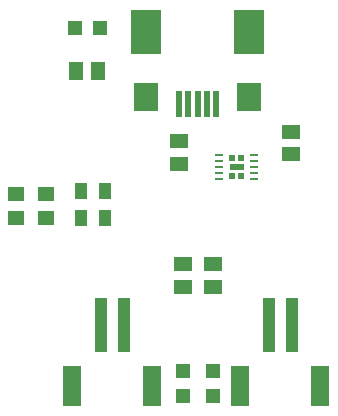
<source format=gbr>
G04 EAGLE Gerber RS-274X export*
G75*
%MOMM*%
%FSLAX34Y34*%
%LPD*%
%INSolderpaste Top*%
%IPPOS*%
%AMOC8*
5,1,8,0,0,1.08239X$1,22.5*%
G01*
%ADD10R,0.800000X0.250000*%
%ADD11R,0.500000X0.500000*%
%ADD12R,1.200000X0.600000*%
%ADD13R,2.000000X2.400000*%
%ADD14R,0.500000X2.308000*%
%ADD15R,2.540000X3.810000*%
%ADD16R,1.000000X4.600000*%
%ADD17R,1.600000X3.400000*%
%ADD18R,1.200000X1.200000*%
%ADD19R,1.500000X1.300000*%
%ADD20R,1.300000X1.500000*%
%ADD21R,1.400000X1.200000*%
%ADD22R,1.100000X1.400000*%


D10*
X193120Y218600D03*
X193120Y213600D03*
X193120Y208600D03*
X193120Y203600D03*
X193120Y198600D03*
X223120Y198600D03*
X223120Y203600D03*
X223120Y208600D03*
X223120Y213600D03*
X223120Y218600D03*
D11*
X211620Y216100D03*
X204620Y216100D03*
X211620Y201100D03*
X204620Y201100D03*
D12*
X208120Y208600D03*
D13*
X219000Y267540D03*
D14*
X191000Y261900D03*
X183000Y261900D03*
X175000Y261900D03*
X167000Y261900D03*
X159000Y261900D03*
D15*
X219000Y322540D03*
D13*
X131000Y267540D03*
D15*
X131000Y322540D03*
D16*
X255110Y75100D03*
X235110Y75100D03*
D17*
X279110Y23100D03*
X211110Y23100D03*
D18*
X187960Y35900D03*
X187960Y14900D03*
X162560Y35900D03*
X162560Y14900D03*
D19*
X187960Y126340D03*
X187960Y107340D03*
X162560Y126340D03*
X162560Y107340D03*
D18*
X92100Y326550D03*
X71100Y326550D03*
D20*
X91100Y289400D03*
X72100Y289400D03*
D16*
X112870Y75100D03*
X92870Y75100D03*
D17*
X136870Y23100D03*
X68870Y23100D03*
D21*
X46990Y165260D03*
X46990Y185260D03*
D19*
X159700Y230320D03*
X159700Y211320D03*
X254320Y219260D03*
X254320Y238260D03*
D22*
X96360Y165100D03*
X76360Y165100D03*
X96360Y187960D03*
X76360Y187960D03*
D21*
X21590Y165006D03*
X21590Y185514D03*
M02*

</source>
